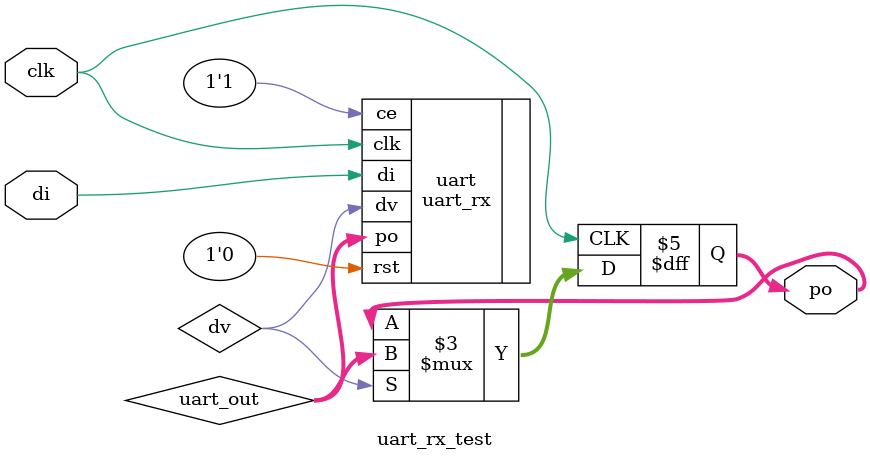
<source format=v>
module uart_rx_test (
	input 			 clk    ,
	input 			 di		,
	output reg [7:0] po = 0
);

wire dv;

wire [7:0] uart_out;

uart_rx uart (
	.clk ( clk		),
	.ce  ( 1'd1		),
	.rst ( 1'd0		),
	.di  ( di		),
	.dv  ( dv		),
	.po  ( uart_out	)
);

always @(posedge clk)
	if (dv)
		po <= uart_out;
		

endmodule
</source>
